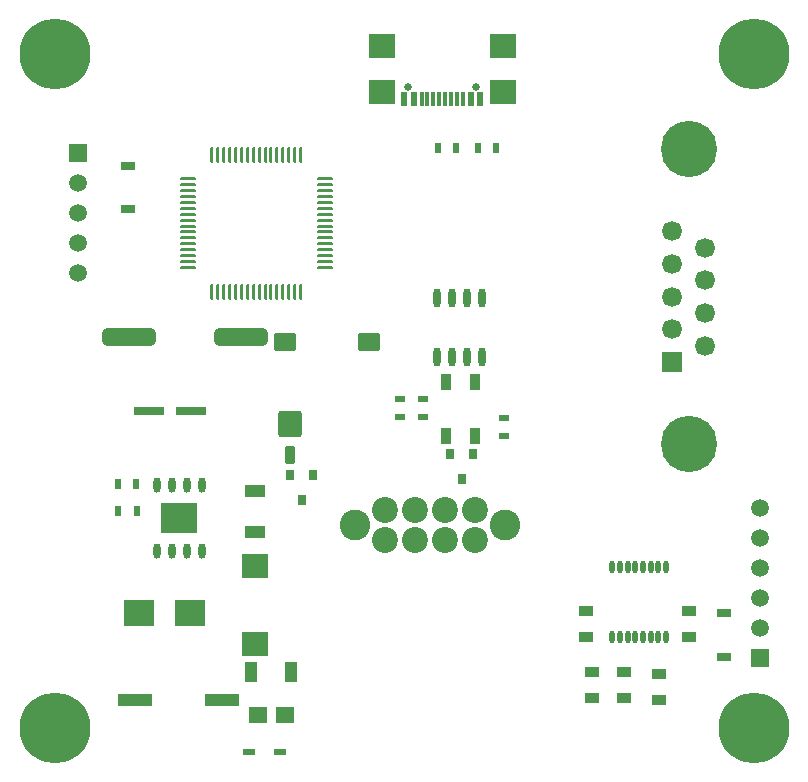
<source format=gbr>
%TF.GenerationSoftware,Altium Limited,Altium Designer,20.2.5 (213)*%
G04 Layer_Color=255*
%FSLAX44Y44*%
%MOMM*%
%TF.SameCoordinates,3FE501F2-1E46-4B48-ABA6-5278C61F2325*%
%TF.FilePolarity,Positive*%
%TF.FileFunction,Pads,Top*%
%TF.Part,Single*%
G01*
G75*
%TA.AperFunction,SMDPad,CuDef*%
%ADD10R,0.3000X1.1500*%
%ADD11R,0.6000X1.1500*%
%ADD12R,2.1800X2.0000*%
G04:AMPARAMS|DCode=13|XSize=4.5mm|YSize=1.5mm|CornerRadius=0.375mm|HoleSize=0mm|Usage=FLASHONLY|Rotation=180.000|XOffset=0mm|YOffset=0mm|HoleType=Round|Shape=RoundedRectangle|*
%AMROUNDEDRECTD13*
21,1,4.5000,0.7500,0,0,180.0*
21,1,3.7500,1.5000,0,0,180.0*
1,1,0.7500,-1.8750,0.3750*
1,1,0.7500,1.8750,0.3750*
1,1,0.7500,1.8750,-0.3750*
1,1,0.7500,-1.8750,-0.3750*
%
%ADD13ROUNDEDRECTD13*%
%ADD14R,2.5000X0.8000*%
%ADD15R,0.6000X0.9000*%
%ADD16O,0.4500X1.0500*%
%ADD17R,1.2000X0.7000*%
%ADD18O,0.6500X1.6000*%
G04:AMPARAMS|DCode=19|XSize=1.35mm|YSize=0.9mm|CornerRadius=0.09mm|HoleSize=0mm|Usage=FLASHONLY|Rotation=270.000|XOffset=0mm|YOffset=0mm|HoleType=Round|Shape=RoundedRectangle|*
%AMROUNDEDRECTD19*
21,1,1.3500,0.7200,0,0,270.0*
21,1,1.1700,0.9000,0,0,270.0*
1,1,0.1800,-0.3600,-0.5850*
1,1,0.1800,-0.3600,0.5850*
1,1,0.1800,0.3600,0.5850*
1,1,0.1800,0.3600,-0.5850*
%
%ADD19ROUNDEDRECTD19*%
%ADD20R,0.9000X0.6000*%
%ADD21R,0.7000X0.9000*%
%ADD22R,0.1000X0.1000*%
%ADD23R,1.3000X0.9000*%
G04:AMPARAMS|DCode=24|XSize=1.6mm|YSize=1.8mm|CornerRadius=0.16mm|HoleSize=0mm|Usage=FLASHONLY|Rotation=90.000|XOffset=0mm|YOffset=0mm|HoleType=Round|Shape=RoundedRectangle|*
%AMROUNDEDRECTD24*
21,1,1.6000,1.4800,0,0,90.0*
21,1,1.2800,1.8000,0,0,90.0*
1,1,0.3200,0.7400,0.6400*
1,1,0.3200,0.7400,-0.6400*
1,1,0.3200,-0.7400,-0.6400*
1,1,0.3200,-0.7400,0.6400*
%
%ADD24ROUNDEDRECTD24*%
%ADD25O,1.5000X0.2540*%
%ADD26O,0.2540X1.5000*%
G04:AMPARAMS|DCode=27|XSize=1.5mm|YSize=0.8mm|CornerRadius=0.08mm|HoleSize=0mm|Usage=FLASHONLY|Rotation=270.000|XOffset=0mm|YOffset=0mm|HoleType=Round|Shape=RoundedRectangle|*
%AMROUNDEDRECTD27*
21,1,1.5000,0.6400,0,0,270.0*
21,1,1.3400,0.8000,0,0,270.0*
1,1,0.1600,-0.3200,-0.6700*
1,1,0.1600,-0.3200,0.6700*
1,1,0.1600,0.3200,0.6700*
1,1,0.1600,0.3200,-0.6700*
%
%ADD27ROUNDEDRECTD27*%
G04:AMPARAMS|DCode=28|XSize=2.2mm|YSize=2mm|CornerRadius=0.2mm|HoleSize=0mm|Usage=FLASHONLY|Rotation=270.000|XOffset=0mm|YOffset=0mm|HoleType=Round|Shape=RoundedRectangle|*
%AMROUNDEDRECTD28*
21,1,2.2000,1.6000,0,0,270.0*
21,1,1.8000,2.0000,0,0,270.0*
1,1,0.4000,-0.8000,-0.9000*
1,1,0.4000,-0.8000,0.9000*
1,1,0.4000,0.8000,0.9000*
1,1,0.4000,0.8000,-0.9000*
%
%ADD28ROUNDEDRECTD28*%
%ADD29R,3.1000X2.6000*%
%ADD30O,0.6000X1.3000*%
%ADD31R,2.5000X2.3000*%
%ADD32R,1.1000X1.7000*%
%ADD33R,1.0000X0.6000*%
%ADD34R,1.7000X1.1000*%
%ADD35R,2.2000X2.0000*%
%ADD36R,1.6500X1.4000*%
%ADD37R,3.0000X1.1000*%
%TA.AperFunction,ComponentPad*%
%ADD49C,0.6500*%
%ADD50C,1.5000*%
%ADD51R,1.5000X1.5000*%
%ADD52C,2.6000*%
%ADD53C,2.2000*%
%ADD54R,1.6900X1.6900*%
%ADD55C,1.6900*%
%ADD56C,4.7600*%
%TA.AperFunction,ViaPad*%
%ADD57C,6.0000*%
D10*
X385600Y572250D02*
D03*
X350600D02*
D03*
X380600D02*
D03*
X355600D02*
D03*
X370600D02*
D03*
X365600D02*
D03*
X375600D02*
D03*
X360600D02*
D03*
D11*
X400100D02*
D03*
X336100D02*
D03*
X392100D02*
D03*
X344100D02*
D03*
D12*
X317000Y617000D02*
D03*
X419200D02*
D03*
Y578000D02*
D03*
X317000D02*
D03*
D13*
X103000Y371000D02*
D03*
X198000D02*
D03*
D14*
X120000Y308000D02*
D03*
X155000D02*
D03*
D15*
X379800Y531000D02*
D03*
X364200D02*
D03*
X413800D02*
D03*
X398200D02*
D03*
X93400Y246500D02*
D03*
X109000D02*
D03*
X109300Y223500D02*
D03*
X93700D02*
D03*
D16*
X512000Y117000D02*
D03*
X518500D02*
D03*
X525000D02*
D03*
X531500D02*
D03*
X538000D02*
D03*
X544500D02*
D03*
X551000D02*
D03*
Y176000D02*
D03*
X544500D02*
D03*
X538000D02*
D03*
X557500Y117000D02*
D03*
Y176000D02*
D03*
X531500D02*
D03*
X525000D02*
D03*
X518500D02*
D03*
X512000D02*
D03*
D17*
X607000Y137000D02*
D03*
Y100000D02*
D03*
X102000Y479000D02*
D03*
Y516000D02*
D03*
D18*
X389298Y404008D02*
D03*
X376598D02*
D03*
X363898D02*
D03*
X401998Y404008D02*
D03*
Y354008D02*
D03*
X389298D02*
D03*
X363898D02*
D03*
X376598D02*
D03*
D19*
X396000Y287500D02*
D03*
Y333000D02*
D03*
X371000Y287500D02*
D03*
Y333000D02*
D03*
D20*
X420000Y302800D02*
D03*
Y287200D02*
D03*
X332000Y318800D02*
D03*
Y303200D02*
D03*
X352000Y318800D02*
D03*
Y303200D02*
D03*
D21*
X394000Y272000D02*
D03*
X375000D02*
D03*
X384500Y251000D02*
D03*
X258500Y254000D02*
D03*
X239500D02*
D03*
X249000Y233000D02*
D03*
D22*
X333500Y340000D02*
D03*
X348500D02*
D03*
D23*
X577000Y117000D02*
D03*
Y139000D02*
D03*
X495000Y87000D02*
D03*
Y65000D02*
D03*
X522000Y87000D02*
D03*
Y65000D02*
D03*
X490000Y117000D02*
D03*
Y139000D02*
D03*
X552000Y86000D02*
D03*
Y64000D02*
D03*
D24*
X306250Y367000D02*
D03*
X235000D02*
D03*
D25*
X153001Y474491D02*
D03*
Y479491D02*
D03*
Y484491D02*
D03*
Y489491D02*
D03*
Y494491D02*
D03*
Y499491D02*
D03*
Y504491D02*
D03*
Y469491D02*
D03*
Y434491D02*
D03*
Y464491D02*
D03*
Y459491D02*
D03*
Y454491D02*
D03*
Y449491D02*
D03*
Y444491D02*
D03*
Y439491D02*
D03*
Y429491D02*
D03*
X269001Y474491D02*
D03*
Y479491D02*
D03*
Y484491D02*
D03*
Y489491D02*
D03*
Y494491D02*
D03*
Y499491D02*
D03*
Y504491D02*
D03*
Y469491D02*
D03*
Y464491D02*
D03*
Y459491D02*
D03*
Y454491D02*
D03*
Y449491D02*
D03*
Y444491D02*
D03*
Y439491D02*
D03*
Y434491D02*
D03*
Y429491D02*
D03*
D26*
X173501Y524991D02*
D03*
X178501D02*
D03*
X183501D02*
D03*
X188501D02*
D03*
X193501D02*
D03*
X198501D02*
D03*
X203501D02*
D03*
X208501D02*
D03*
X213501D02*
D03*
X218501D02*
D03*
X223501D02*
D03*
X228501D02*
D03*
X233501D02*
D03*
X238501D02*
D03*
X243501D02*
D03*
X248501D02*
D03*
X173501Y408991D02*
D03*
X178501D02*
D03*
X183501D02*
D03*
X188501D02*
D03*
X193501D02*
D03*
X198501D02*
D03*
X203501D02*
D03*
X208501D02*
D03*
X213501D02*
D03*
X218501D02*
D03*
X223501D02*
D03*
X228501D02*
D03*
X233501D02*
D03*
X238501D02*
D03*
X243501D02*
D03*
X248501D02*
D03*
D27*
X239000Y271000D02*
D03*
D28*
Y297000D02*
D03*
D29*
X145500Y217500D02*
D03*
D30*
X126450Y189500D02*
D03*
X139150D02*
D03*
X151850D02*
D03*
X164550D02*
D03*
X126450Y245500D02*
D03*
X139150D02*
D03*
X151850D02*
D03*
X164550D02*
D03*
D31*
X154750Y137000D02*
D03*
X111750D02*
D03*
D32*
X206250Y87000D02*
D03*
X240250D02*
D03*
D33*
X204750Y19750D02*
D03*
X230750D02*
D03*
D34*
X209250Y240250D02*
D03*
Y206250D02*
D03*
D35*
X209500Y111250D02*
D03*
Y177250D02*
D03*
D36*
X235000Y51000D02*
D03*
X211750D02*
D03*
D37*
X181500Y63250D02*
D03*
X108250D02*
D03*
D49*
X339200Y583000D02*
D03*
X397000D02*
D03*
D50*
X637000Y226600D02*
D03*
Y201200D02*
D03*
Y175800D02*
D03*
Y150400D02*
D03*
Y125000D02*
D03*
X60000Y424800D02*
D03*
Y450200D02*
D03*
Y475600D02*
D03*
Y501000D02*
D03*
D51*
X637000Y99600D02*
D03*
X60000Y526400D02*
D03*
D52*
X421642Y211724D02*
D03*
X294642D02*
D03*
D53*
X320000Y199000D02*
D03*
X345399D02*
D03*
X370797D02*
D03*
X396196D02*
D03*
X396242Y224424D02*
D03*
X370844Y224440D02*
D03*
X345445D02*
D03*
X320046D02*
D03*
D54*
X562600Y349750D02*
D03*
D55*
X591000Y363600D02*
D03*
X562600Y377450D02*
D03*
X591000Y391300D02*
D03*
X562600Y405150D02*
D03*
X591000Y419000D02*
D03*
X562600Y432850D02*
D03*
X591000Y446700D02*
D03*
X562600Y460550D02*
D03*
D56*
X576800Y530100D02*
D03*
Y280200D02*
D03*
D57*
X632000Y40000D02*
D03*
X40000D02*
D03*
X40000Y611000D02*
D03*
X632000D02*
D03*
%TF.MD5,f259287d984b6e8ce1cd4bc4b75529a7*%
M02*

</source>
